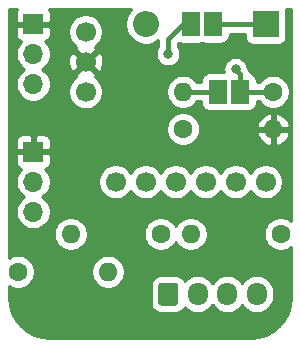
<source format=gbl>
G04 #@! TF.GenerationSoftware,KiCad,Pcbnew,(5.1.8)-1*
G04 #@! TF.CreationDate,2023-12-01T01:38:55+01:00*
G04 #@! TF.ProjectId,RC Exhaust Digispark,52432045-7868-4617-9573-742044696769,rev?*
G04 #@! TF.SameCoordinates,Original*
G04 #@! TF.FileFunction,Copper,L2,Bot*
G04 #@! TF.FilePolarity,Positive*
%FSLAX46Y46*%
G04 Gerber Fmt 4.6, Leading zero omitted, Abs format (unit mm)*
G04 Created by KiCad (PCBNEW (5.1.8)-1) date 2023-12-01 01:38:55*
%MOMM*%
%LPD*%
G01*
G04 APERTURE LIST*
G04 #@! TA.AperFunction,ComponentPad*
%ADD10C,1.600000*%
G04 #@! TD*
G04 #@! TA.AperFunction,ComponentPad*
%ADD11O,1.600000X1.600000*%
G04 #@! TD*
G04 #@! TA.AperFunction,ComponentPad*
%ADD12O,1.700000X1.700000*%
G04 #@! TD*
G04 #@! TA.AperFunction,ComponentPad*
%ADD13R,1.700000X1.700000*%
G04 #@! TD*
G04 #@! TA.AperFunction,ComponentPad*
%ADD14O,1.700000X1.950000*%
G04 #@! TD*
G04 #@! TA.AperFunction,ComponentPad*
%ADD15C,1.700000*%
G04 #@! TD*
G04 #@! TA.AperFunction,SMDPad,CuDef*
%ADD16R,1.500000X2.000000*%
G04 #@! TD*
G04 #@! TA.AperFunction,ComponentPad*
%ADD17R,2.200000X2.200000*%
G04 #@! TD*
G04 #@! TA.AperFunction,ComponentPad*
%ADD18O,2.200000X2.200000*%
G04 #@! TD*
G04 #@! TA.AperFunction,ViaPad*
%ADD19C,0.800000*%
G04 #@! TD*
G04 #@! TA.AperFunction,Conductor*
%ADD20C,0.381000*%
G04 #@! TD*
G04 #@! TA.AperFunction,Conductor*
%ADD21C,0.254000*%
G04 #@! TD*
G04 #@! TA.AperFunction,Conductor*
%ADD22C,0.100000*%
G04 #@! TD*
G04 APERTURE END LIST*
D10*
X113665000Y-97155000D03*
D11*
X106045000Y-97155000D03*
X116205000Y-97155000D03*
D10*
X123825000Y-97155000D03*
D12*
X102870000Y-95250000D03*
X102870000Y-92710000D03*
D13*
X102870000Y-90170000D03*
X102870000Y-79375000D03*
D12*
X102870000Y-81915000D03*
X102870000Y-84455000D03*
D10*
X101600000Y-100330000D03*
D11*
X109220000Y-100330000D03*
X115570000Y-85090000D03*
D10*
X123190000Y-85090000D03*
X115570000Y-88265000D03*
D11*
X123190000Y-88265000D03*
G04 #@! TA.AperFunction,ComponentPad*
G36*
G01*
X113450000Y-102960000D02*
X113450000Y-101510000D01*
G75*
G02*
X113700000Y-101260000I250000J0D01*
G01*
X114900000Y-101260000D01*
G75*
G02*
X115150000Y-101510000I0J-250000D01*
G01*
X115150000Y-102960000D01*
G75*
G02*
X114900000Y-103210000I-250000J0D01*
G01*
X113700000Y-103210000D01*
G75*
G02*
X113450000Y-102960000I0J250000D01*
G01*
G37*
G04 #@! TD.AperFunction*
D14*
X116800000Y-102235000D03*
X119300000Y-102235000D03*
X121800000Y-102235000D03*
D15*
X117475000Y-92710000D03*
X120015000Y-92710000D03*
X107315000Y-82550000D03*
X109855000Y-92710000D03*
X112395000Y-92710000D03*
X114935000Y-92710000D03*
X107315000Y-80010000D03*
X107315000Y-85090000D03*
X122555000Y-92710000D03*
D16*
X120396000Y-85090000D03*
X118491000Y-85090000D03*
D17*
X122555000Y-79375000D03*
D18*
X112395000Y-79375000D03*
D16*
X118110000Y-79375000D03*
X116205000Y-79375000D03*
D19*
X120015000Y-83185000D03*
X114300000Y-81915000D03*
D20*
X118491000Y-85090000D02*
X115570000Y-85090000D01*
X123190000Y-85090000D02*
X120396000Y-85090000D01*
X120396000Y-83566000D02*
X120396000Y-85090000D01*
X120015000Y-83185000D02*
X120396000Y-83566000D01*
X114300000Y-81915000D02*
X114300000Y-80645000D01*
X115570000Y-79375000D02*
X116205000Y-79375000D01*
X114300000Y-80645000D02*
X115570000Y-79375000D01*
X122555000Y-79375000D02*
X118110000Y-79375000D01*
D21*
X101489463Y-78170506D02*
X101430498Y-78280820D01*
X101394188Y-78400518D01*
X101381928Y-78525000D01*
X101385000Y-79089250D01*
X101543750Y-79248000D01*
X102743000Y-79248000D01*
X102743000Y-79228000D01*
X102997000Y-79228000D01*
X102997000Y-79248000D01*
X104196250Y-79248000D01*
X104355000Y-79089250D01*
X104358072Y-78525000D01*
X104345812Y-78400518D01*
X104309502Y-78280820D01*
X104250537Y-78170506D01*
X104217295Y-78130000D01*
X111186339Y-78130000D01*
X111047337Y-78269002D01*
X110857463Y-78553169D01*
X110726675Y-78868919D01*
X110660000Y-79204117D01*
X110660000Y-79545883D01*
X110726675Y-79881081D01*
X110857463Y-80196831D01*
X111047337Y-80480998D01*
X111289002Y-80722663D01*
X111573169Y-80912537D01*
X111888919Y-81043325D01*
X112224117Y-81110000D01*
X112565883Y-81110000D01*
X112901081Y-81043325D01*
X113216831Y-80912537D01*
X113474501Y-80740368D01*
X113474500Y-81287497D01*
X113382795Y-81424744D01*
X113304774Y-81613102D01*
X113265000Y-81813061D01*
X113265000Y-82016939D01*
X113304774Y-82216898D01*
X113382795Y-82405256D01*
X113496063Y-82574774D01*
X113640226Y-82718937D01*
X113809744Y-82832205D01*
X113998102Y-82910226D01*
X114198061Y-82950000D01*
X114401939Y-82950000D01*
X114601898Y-82910226D01*
X114790256Y-82832205D01*
X114959774Y-82718937D01*
X115103937Y-82574774D01*
X115217205Y-82405256D01*
X115295226Y-82216898D01*
X115335000Y-82016939D01*
X115335000Y-81813061D01*
X115295226Y-81613102D01*
X115217205Y-81424744D01*
X115125500Y-81287497D01*
X115125500Y-80986932D01*
X115169837Y-80942596D01*
X115210820Y-80964502D01*
X115330518Y-81000812D01*
X115455000Y-81013072D01*
X116955000Y-81013072D01*
X117079482Y-81000812D01*
X117157500Y-80977145D01*
X117235518Y-81000812D01*
X117360000Y-81013072D01*
X118860000Y-81013072D01*
X118984482Y-81000812D01*
X119104180Y-80964502D01*
X119214494Y-80905537D01*
X119311185Y-80826185D01*
X119390537Y-80729494D01*
X119449502Y-80619180D01*
X119485812Y-80499482D01*
X119498072Y-80375000D01*
X119498072Y-80200500D01*
X120816928Y-80200500D01*
X120816928Y-80475000D01*
X120829188Y-80599482D01*
X120865498Y-80719180D01*
X120924463Y-80829494D01*
X121003815Y-80926185D01*
X121100506Y-81005537D01*
X121210820Y-81064502D01*
X121330518Y-81100812D01*
X121455000Y-81113072D01*
X123655000Y-81113072D01*
X123779482Y-81100812D01*
X123899180Y-81064502D01*
X124009494Y-81005537D01*
X124106185Y-80926185D01*
X124185537Y-80829494D01*
X124244502Y-80719180D01*
X124280812Y-80599482D01*
X124293072Y-80475000D01*
X124293072Y-78275000D01*
X124280812Y-78150518D01*
X124274588Y-78130000D01*
X124724921Y-78130000D01*
X124722778Y-96029017D01*
X124504727Y-95883320D01*
X124243574Y-95775147D01*
X123966335Y-95720000D01*
X123683665Y-95720000D01*
X123406426Y-95775147D01*
X123145273Y-95883320D01*
X122910241Y-96040363D01*
X122710363Y-96240241D01*
X122553320Y-96475273D01*
X122445147Y-96736426D01*
X122390000Y-97013665D01*
X122390000Y-97296335D01*
X122445147Y-97573574D01*
X122553320Y-97834727D01*
X122710363Y-98069759D01*
X122910241Y-98269637D01*
X123145273Y-98426680D01*
X123406426Y-98534853D01*
X123683665Y-98590000D01*
X123966335Y-98590000D01*
X124243574Y-98534853D01*
X124504727Y-98426680D01*
X124722508Y-98281163D01*
X124722005Y-102488673D01*
X124653381Y-103188551D01*
X124459512Y-103830677D01*
X124144612Y-104422917D01*
X123720680Y-104942708D01*
X123203852Y-105370266D01*
X122613829Y-105689291D01*
X121973068Y-105887640D01*
X121275088Y-105961000D01*
X104269279Y-105961000D01*
X103569449Y-105892381D01*
X102927323Y-105698512D01*
X102335083Y-105383612D01*
X101815292Y-104959680D01*
X101387734Y-104442852D01*
X101068709Y-103852829D01*
X100870360Y-103212068D01*
X100797000Y-102514088D01*
X100797000Y-101519312D01*
X100920273Y-101601680D01*
X101181426Y-101709853D01*
X101458665Y-101765000D01*
X101741335Y-101765000D01*
X102018574Y-101709853D01*
X102279727Y-101601680D01*
X102514759Y-101444637D01*
X102714637Y-101244759D01*
X102871680Y-101009727D01*
X102979853Y-100748574D01*
X103035000Y-100471335D01*
X103035000Y-100188665D01*
X107785000Y-100188665D01*
X107785000Y-100471335D01*
X107840147Y-100748574D01*
X107948320Y-101009727D01*
X108105363Y-101244759D01*
X108305241Y-101444637D01*
X108540273Y-101601680D01*
X108801426Y-101709853D01*
X109078665Y-101765000D01*
X109361335Y-101765000D01*
X109638574Y-101709853D01*
X109899727Y-101601680D01*
X110036936Y-101510000D01*
X112811928Y-101510000D01*
X112811928Y-102960000D01*
X112828992Y-103133254D01*
X112879528Y-103299850D01*
X112961595Y-103453386D01*
X113072038Y-103587962D01*
X113206614Y-103698405D01*
X113360150Y-103780472D01*
X113526746Y-103831008D01*
X113700000Y-103848072D01*
X114900000Y-103848072D01*
X115073254Y-103831008D01*
X115239850Y-103780472D01*
X115393386Y-103698405D01*
X115527962Y-103587962D01*
X115638405Y-103453386D01*
X115692777Y-103351663D01*
X115744866Y-103415134D01*
X115970987Y-103600706D01*
X116228967Y-103738599D01*
X116508890Y-103823513D01*
X116800000Y-103852185D01*
X117091111Y-103823513D01*
X117371034Y-103738599D01*
X117629014Y-103600706D01*
X117855134Y-103415134D01*
X118040706Y-103189014D01*
X118050000Y-103171626D01*
X118059294Y-103189014D01*
X118244866Y-103415134D01*
X118470987Y-103600706D01*
X118728967Y-103738599D01*
X119008890Y-103823513D01*
X119300000Y-103852185D01*
X119591111Y-103823513D01*
X119871034Y-103738599D01*
X120129014Y-103600706D01*
X120355134Y-103415134D01*
X120540706Y-103189014D01*
X120550000Y-103171626D01*
X120559294Y-103189014D01*
X120744866Y-103415134D01*
X120970987Y-103600706D01*
X121228967Y-103738599D01*
X121508890Y-103823513D01*
X121800000Y-103852185D01*
X122091111Y-103823513D01*
X122371034Y-103738599D01*
X122629014Y-103600706D01*
X122855134Y-103415134D01*
X123040706Y-103189014D01*
X123178599Y-102931033D01*
X123263513Y-102651110D01*
X123285000Y-102432949D01*
X123285000Y-102037050D01*
X123263513Y-101818889D01*
X123178599Y-101538966D01*
X123040706Y-101280986D01*
X122855134Y-101054866D01*
X122629013Y-100869294D01*
X122371033Y-100731401D01*
X122091110Y-100646487D01*
X121800000Y-100617815D01*
X121508889Y-100646487D01*
X121228966Y-100731401D01*
X120970986Y-100869294D01*
X120744866Y-101054866D01*
X120559294Y-101280987D01*
X120550000Y-101298374D01*
X120540706Y-101280986D01*
X120355134Y-101054866D01*
X120129013Y-100869294D01*
X119871033Y-100731401D01*
X119591110Y-100646487D01*
X119300000Y-100617815D01*
X119008889Y-100646487D01*
X118728966Y-100731401D01*
X118470986Y-100869294D01*
X118244866Y-101054866D01*
X118059294Y-101280987D01*
X118050000Y-101298374D01*
X118040706Y-101280986D01*
X117855134Y-101054866D01*
X117629013Y-100869294D01*
X117371033Y-100731401D01*
X117091110Y-100646487D01*
X116800000Y-100617815D01*
X116508889Y-100646487D01*
X116228966Y-100731401D01*
X115970986Y-100869294D01*
X115744866Y-101054866D01*
X115692777Y-101118337D01*
X115638405Y-101016614D01*
X115527962Y-100882038D01*
X115393386Y-100771595D01*
X115239850Y-100689528D01*
X115073254Y-100638992D01*
X114900000Y-100621928D01*
X113700000Y-100621928D01*
X113526746Y-100638992D01*
X113360150Y-100689528D01*
X113206614Y-100771595D01*
X113072038Y-100882038D01*
X112961595Y-101016614D01*
X112879528Y-101170150D01*
X112828992Y-101336746D01*
X112811928Y-101510000D01*
X110036936Y-101510000D01*
X110134759Y-101444637D01*
X110334637Y-101244759D01*
X110491680Y-101009727D01*
X110599853Y-100748574D01*
X110655000Y-100471335D01*
X110655000Y-100188665D01*
X110599853Y-99911426D01*
X110491680Y-99650273D01*
X110334637Y-99415241D01*
X110134759Y-99215363D01*
X109899727Y-99058320D01*
X109638574Y-98950147D01*
X109361335Y-98895000D01*
X109078665Y-98895000D01*
X108801426Y-98950147D01*
X108540273Y-99058320D01*
X108305241Y-99215363D01*
X108105363Y-99415241D01*
X107948320Y-99650273D01*
X107840147Y-99911426D01*
X107785000Y-100188665D01*
X103035000Y-100188665D01*
X102979853Y-99911426D01*
X102871680Y-99650273D01*
X102714637Y-99415241D01*
X102514759Y-99215363D01*
X102279727Y-99058320D01*
X102018574Y-98950147D01*
X101741335Y-98895000D01*
X101458665Y-98895000D01*
X101181426Y-98950147D01*
X100920273Y-99058320D01*
X100797000Y-99140688D01*
X100797000Y-97013665D01*
X104610000Y-97013665D01*
X104610000Y-97296335D01*
X104665147Y-97573574D01*
X104773320Y-97834727D01*
X104930363Y-98069759D01*
X105130241Y-98269637D01*
X105365273Y-98426680D01*
X105626426Y-98534853D01*
X105903665Y-98590000D01*
X106186335Y-98590000D01*
X106463574Y-98534853D01*
X106724727Y-98426680D01*
X106959759Y-98269637D01*
X107159637Y-98069759D01*
X107316680Y-97834727D01*
X107424853Y-97573574D01*
X107480000Y-97296335D01*
X107480000Y-97013665D01*
X112230000Y-97013665D01*
X112230000Y-97296335D01*
X112285147Y-97573574D01*
X112393320Y-97834727D01*
X112550363Y-98069759D01*
X112750241Y-98269637D01*
X112985273Y-98426680D01*
X113246426Y-98534853D01*
X113523665Y-98590000D01*
X113806335Y-98590000D01*
X114083574Y-98534853D01*
X114344727Y-98426680D01*
X114579759Y-98269637D01*
X114779637Y-98069759D01*
X114935000Y-97837241D01*
X115090363Y-98069759D01*
X115290241Y-98269637D01*
X115525273Y-98426680D01*
X115786426Y-98534853D01*
X116063665Y-98590000D01*
X116346335Y-98590000D01*
X116623574Y-98534853D01*
X116884727Y-98426680D01*
X117119759Y-98269637D01*
X117319637Y-98069759D01*
X117476680Y-97834727D01*
X117584853Y-97573574D01*
X117640000Y-97296335D01*
X117640000Y-97013665D01*
X117584853Y-96736426D01*
X117476680Y-96475273D01*
X117319637Y-96240241D01*
X117119759Y-96040363D01*
X116884727Y-95883320D01*
X116623574Y-95775147D01*
X116346335Y-95720000D01*
X116063665Y-95720000D01*
X115786426Y-95775147D01*
X115525273Y-95883320D01*
X115290241Y-96040363D01*
X115090363Y-96240241D01*
X114935000Y-96472759D01*
X114779637Y-96240241D01*
X114579759Y-96040363D01*
X114344727Y-95883320D01*
X114083574Y-95775147D01*
X113806335Y-95720000D01*
X113523665Y-95720000D01*
X113246426Y-95775147D01*
X112985273Y-95883320D01*
X112750241Y-96040363D01*
X112550363Y-96240241D01*
X112393320Y-96475273D01*
X112285147Y-96736426D01*
X112230000Y-97013665D01*
X107480000Y-97013665D01*
X107424853Y-96736426D01*
X107316680Y-96475273D01*
X107159637Y-96240241D01*
X106959759Y-96040363D01*
X106724727Y-95883320D01*
X106463574Y-95775147D01*
X106186335Y-95720000D01*
X105903665Y-95720000D01*
X105626426Y-95775147D01*
X105365273Y-95883320D01*
X105130241Y-96040363D01*
X104930363Y-96240241D01*
X104773320Y-96475273D01*
X104665147Y-96736426D01*
X104610000Y-97013665D01*
X100797000Y-97013665D01*
X100797000Y-91020000D01*
X101381928Y-91020000D01*
X101394188Y-91144482D01*
X101430498Y-91264180D01*
X101489463Y-91374494D01*
X101568815Y-91471185D01*
X101665506Y-91550537D01*
X101775820Y-91609502D01*
X101848380Y-91631513D01*
X101716525Y-91763368D01*
X101554010Y-92006589D01*
X101442068Y-92276842D01*
X101385000Y-92563740D01*
X101385000Y-92856260D01*
X101442068Y-93143158D01*
X101554010Y-93413411D01*
X101716525Y-93656632D01*
X101923368Y-93863475D01*
X102097760Y-93980000D01*
X101923368Y-94096525D01*
X101716525Y-94303368D01*
X101554010Y-94546589D01*
X101442068Y-94816842D01*
X101385000Y-95103740D01*
X101385000Y-95396260D01*
X101442068Y-95683158D01*
X101554010Y-95953411D01*
X101716525Y-96196632D01*
X101923368Y-96403475D01*
X102166589Y-96565990D01*
X102436842Y-96677932D01*
X102723740Y-96735000D01*
X103016260Y-96735000D01*
X103303158Y-96677932D01*
X103573411Y-96565990D01*
X103816632Y-96403475D01*
X104023475Y-96196632D01*
X104185990Y-95953411D01*
X104297932Y-95683158D01*
X104355000Y-95396260D01*
X104355000Y-95103740D01*
X104297932Y-94816842D01*
X104185990Y-94546589D01*
X104023475Y-94303368D01*
X103816632Y-94096525D01*
X103642240Y-93980000D01*
X103816632Y-93863475D01*
X104023475Y-93656632D01*
X104185990Y-93413411D01*
X104297932Y-93143158D01*
X104355000Y-92856260D01*
X104355000Y-92563740D01*
X108370000Y-92563740D01*
X108370000Y-92856260D01*
X108427068Y-93143158D01*
X108539010Y-93413411D01*
X108701525Y-93656632D01*
X108908368Y-93863475D01*
X109151589Y-94025990D01*
X109421842Y-94137932D01*
X109708740Y-94195000D01*
X110001260Y-94195000D01*
X110288158Y-94137932D01*
X110558411Y-94025990D01*
X110801632Y-93863475D01*
X111008475Y-93656632D01*
X111125000Y-93482240D01*
X111241525Y-93656632D01*
X111448368Y-93863475D01*
X111691589Y-94025990D01*
X111961842Y-94137932D01*
X112248740Y-94195000D01*
X112541260Y-94195000D01*
X112828158Y-94137932D01*
X113098411Y-94025990D01*
X113341632Y-93863475D01*
X113548475Y-93656632D01*
X113665000Y-93482240D01*
X113781525Y-93656632D01*
X113988368Y-93863475D01*
X114231589Y-94025990D01*
X114501842Y-94137932D01*
X114788740Y-94195000D01*
X115081260Y-94195000D01*
X115368158Y-94137932D01*
X115638411Y-94025990D01*
X115881632Y-93863475D01*
X116088475Y-93656632D01*
X116205000Y-93482240D01*
X116321525Y-93656632D01*
X116528368Y-93863475D01*
X116771589Y-94025990D01*
X117041842Y-94137932D01*
X117328740Y-94195000D01*
X117621260Y-94195000D01*
X117908158Y-94137932D01*
X118178411Y-94025990D01*
X118421632Y-93863475D01*
X118628475Y-93656632D01*
X118745000Y-93482240D01*
X118861525Y-93656632D01*
X119068368Y-93863475D01*
X119311589Y-94025990D01*
X119581842Y-94137932D01*
X119868740Y-94195000D01*
X120161260Y-94195000D01*
X120448158Y-94137932D01*
X120718411Y-94025990D01*
X120961632Y-93863475D01*
X121168475Y-93656632D01*
X121285000Y-93482240D01*
X121401525Y-93656632D01*
X121608368Y-93863475D01*
X121851589Y-94025990D01*
X122121842Y-94137932D01*
X122408740Y-94195000D01*
X122701260Y-94195000D01*
X122988158Y-94137932D01*
X123258411Y-94025990D01*
X123501632Y-93863475D01*
X123708475Y-93656632D01*
X123870990Y-93413411D01*
X123982932Y-93143158D01*
X124040000Y-92856260D01*
X124040000Y-92563740D01*
X123982932Y-92276842D01*
X123870990Y-92006589D01*
X123708475Y-91763368D01*
X123501632Y-91556525D01*
X123258411Y-91394010D01*
X122988158Y-91282068D01*
X122701260Y-91225000D01*
X122408740Y-91225000D01*
X122121842Y-91282068D01*
X121851589Y-91394010D01*
X121608368Y-91556525D01*
X121401525Y-91763368D01*
X121285000Y-91937760D01*
X121168475Y-91763368D01*
X120961632Y-91556525D01*
X120718411Y-91394010D01*
X120448158Y-91282068D01*
X120161260Y-91225000D01*
X119868740Y-91225000D01*
X119581842Y-91282068D01*
X119311589Y-91394010D01*
X119068368Y-91556525D01*
X118861525Y-91763368D01*
X118745000Y-91937760D01*
X118628475Y-91763368D01*
X118421632Y-91556525D01*
X118178411Y-91394010D01*
X117908158Y-91282068D01*
X117621260Y-91225000D01*
X117328740Y-91225000D01*
X117041842Y-91282068D01*
X116771589Y-91394010D01*
X116528368Y-91556525D01*
X116321525Y-91763368D01*
X116205000Y-91937760D01*
X116088475Y-91763368D01*
X115881632Y-91556525D01*
X115638411Y-91394010D01*
X115368158Y-91282068D01*
X115081260Y-91225000D01*
X114788740Y-91225000D01*
X114501842Y-91282068D01*
X114231589Y-91394010D01*
X113988368Y-91556525D01*
X113781525Y-91763368D01*
X113665000Y-91937760D01*
X113548475Y-91763368D01*
X113341632Y-91556525D01*
X113098411Y-91394010D01*
X112828158Y-91282068D01*
X112541260Y-91225000D01*
X112248740Y-91225000D01*
X111961842Y-91282068D01*
X111691589Y-91394010D01*
X111448368Y-91556525D01*
X111241525Y-91763368D01*
X111125000Y-91937760D01*
X111008475Y-91763368D01*
X110801632Y-91556525D01*
X110558411Y-91394010D01*
X110288158Y-91282068D01*
X110001260Y-91225000D01*
X109708740Y-91225000D01*
X109421842Y-91282068D01*
X109151589Y-91394010D01*
X108908368Y-91556525D01*
X108701525Y-91763368D01*
X108539010Y-92006589D01*
X108427068Y-92276842D01*
X108370000Y-92563740D01*
X104355000Y-92563740D01*
X104297932Y-92276842D01*
X104185990Y-92006589D01*
X104023475Y-91763368D01*
X103891620Y-91631513D01*
X103964180Y-91609502D01*
X104074494Y-91550537D01*
X104171185Y-91471185D01*
X104250537Y-91374494D01*
X104309502Y-91264180D01*
X104345812Y-91144482D01*
X104358072Y-91020000D01*
X104355000Y-90455750D01*
X104196250Y-90297000D01*
X102997000Y-90297000D01*
X102997000Y-90317000D01*
X102743000Y-90317000D01*
X102743000Y-90297000D01*
X101543750Y-90297000D01*
X101385000Y-90455750D01*
X101381928Y-91020000D01*
X100797000Y-91020000D01*
X100797000Y-89320000D01*
X101381928Y-89320000D01*
X101385000Y-89884250D01*
X101543750Y-90043000D01*
X102743000Y-90043000D01*
X102743000Y-88843750D01*
X102997000Y-88843750D01*
X102997000Y-90043000D01*
X104196250Y-90043000D01*
X104355000Y-89884250D01*
X104358072Y-89320000D01*
X104345812Y-89195518D01*
X104309502Y-89075820D01*
X104250537Y-88965506D01*
X104171185Y-88868815D01*
X104074494Y-88789463D01*
X103964180Y-88730498D01*
X103844482Y-88694188D01*
X103720000Y-88681928D01*
X103155750Y-88685000D01*
X102997000Y-88843750D01*
X102743000Y-88843750D01*
X102584250Y-88685000D01*
X102020000Y-88681928D01*
X101895518Y-88694188D01*
X101775820Y-88730498D01*
X101665506Y-88789463D01*
X101568815Y-88868815D01*
X101489463Y-88965506D01*
X101430498Y-89075820D01*
X101394188Y-89195518D01*
X101381928Y-89320000D01*
X100797000Y-89320000D01*
X100797000Y-88123665D01*
X114135000Y-88123665D01*
X114135000Y-88406335D01*
X114190147Y-88683574D01*
X114298320Y-88944727D01*
X114455363Y-89179759D01*
X114655241Y-89379637D01*
X114890273Y-89536680D01*
X115151426Y-89644853D01*
X115428665Y-89700000D01*
X115711335Y-89700000D01*
X115988574Y-89644853D01*
X116249727Y-89536680D01*
X116484759Y-89379637D01*
X116684637Y-89179759D01*
X116841680Y-88944727D01*
X116949853Y-88683574D01*
X116963684Y-88614039D01*
X121798096Y-88614039D01*
X121838754Y-88748087D01*
X121958963Y-89002420D01*
X122126481Y-89228414D01*
X122334869Y-89417385D01*
X122576119Y-89562070D01*
X122840960Y-89656909D01*
X123063000Y-89535624D01*
X123063000Y-88392000D01*
X123317000Y-88392000D01*
X123317000Y-89535624D01*
X123539040Y-89656909D01*
X123803881Y-89562070D01*
X124045131Y-89417385D01*
X124253519Y-89228414D01*
X124421037Y-89002420D01*
X124541246Y-88748087D01*
X124581904Y-88614039D01*
X124459915Y-88392000D01*
X123317000Y-88392000D01*
X123063000Y-88392000D01*
X121920085Y-88392000D01*
X121798096Y-88614039D01*
X116963684Y-88614039D01*
X117005000Y-88406335D01*
X117005000Y-88123665D01*
X116963685Y-87915961D01*
X121798096Y-87915961D01*
X121920085Y-88138000D01*
X123063000Y-88138000D01*
X123063000Y-86994376D01*
X123317000Y-86994376D01*
X123317000Y-88138000D01*
X124459915Y-88138000D01*
X124581904Y-87915961D01*
X124541246Y-87781913D01*
X124421037Y-87527580D01*
X124253519Y-87301586D01*
X124045131Y-87112615D01*
X123803881Y-86967930D01*
X123539040Y-86873091D01*
X123317000Y-86994376D01*
X123063000Y-86994376D01*
X122840960Y-86873091D01*
X122576119Y-86967930D01*
X122334869Y-87112615D01*
X122126481Y-87301586D01*
X121958963Y-87527580D01*
X121838754Y-87781913D01*
X121798096Y-87915961D01*
X116963685Y-87915961D01*
X116949853Y-87846426D01*
X116841680Y-87585273D01*
X116684637Y-87350241D01*
X116484759Y-87150363D01*
X116249727Y-86993320D01*
X115988574Y-86885147D01*
X115711335Y-86830000D01*
X115428665Y-86830000D01*
X115151426Y-86885147D01*
X114890273Y-86993320D01*
X114655241Y-87150363D01*
X114455363Y-87350241D01*
X114298320Y-87585273D01*
X114190147Y-87846426D01*
X114135000Y-88123665D01*
X100797000Y-88123665D01*
X100797000Y-80225000D01*
X101381928Y-80225000D01*
X101394188Y-80349482D01*
X101430498Y-80469180D01*
X101489463Y-80579494D01*
X101568815Y-80676185D01*
X101665506Y-80755537D01*
X101775820Y-80814502D01*
X101848380Y-80836513D01*
X101716525Y-80968368D01*
X101554010Y-81211589D01*
X101442068Y-81481842D01*
X101385000Y-81768740D01*
X101385000Y-82061260D01*
X101442068Y-82348158D01*
X101554010Y-82618411D01*
X101716525Y-82861632D01*
X101923368Y-83068475D01*
X102097760Y-83185000D01*
X101923368Y-83301525D01*
X101716525Y-83508368D01*
X101554010Y-83751589D01*
X101442068Y-84021842D01*
X101385000Y-84308740D01*
X101385000Y-84601260D01*
X101442068Y-84888158D01*
X101554010Y-85158411D01*
X101716525Y-85401632D01*
X101923368Y-85608475D01*
X102166589Y-85770990D01*
X102436842Y-85882932D01*
X102723740Y-85940000D01*
X103016260Y-85940000D01*
X103303158Y-85882932D01*
X103573411Y-85770990D01*
X103816632Y-85608475D01*
X104023475Y-85401632D01*
X104185990Y-85158411D01*
X104274909Y-84943740D01*
X105830000Y-84943740D01*
X105830000Y-85236260D01*
X105887068Y-85523158D01*
X105999010Y-85793411D01*
X106161525Y-86036632D01*
X106368368Y-86243475D01*
X106611589Y-86405990D01*
X106881842Y-86517932D01*
X107168740Y-86575000D01*
X107461260Y-86575000D01*
X107748158Y-86517932D01*
X108018411Y-86405990D01*
X108261632Y-86243475D01*
X108468475Y-86036632D01*
X108630990Y-85793411D01*
X108742932Y-85523158D01*
X108800000Y-85236260D01*
X108800000Y-84948665D01*
X114135000Y-84948665D01*
X114135000Y-85231335D01*
X114190147Y-85508574D01*
X114298320Y-85769727D01*
X114455363Y-86004759D01*
X114655241Y-86204637D01*
X114890273Y-86361680D01*
X115151426Y-86469853D01*
X115428665Y-86525000D01*
X115711335Y-86525000D01*
X115988574Y-86469853D01*
X116249727Y-86361680D01*
X116484759Y-86204637D01*
X116684637Y-86004759D01*
X116744278Y-85915500D01*
X117102928Y-85915500D01*
X117102928Y-86090000D01*
X117115188Y-86214482D01*
X117151498Y-86334180D01*
X117210463Y-86444494D01*
X117289815Y-86541185D01*
X117386506Y-86620537D01*
X117496820Y-86679502D01*
X117616518Y-86715812D01*
X117741000Y-86728072D01*
X119241000Y-86728072D01*
X119365482Y-86715812D01*
X119443500Y-86692145D01*
X119521518Y-86715812D01*
X119646000Y-86728072D01*
X121146000Y-86728072D01*
X121270482Y-86715812D01*
X121390180Y-86679502D01*
X121500494Y-86620537D01*
X121597185Y-86541185D01*
X121676537Y-86444494D01*
X121735502Y-86334180D01*
X121771812Y-86214482D01*
X121784072Y-86090000D01*
X121784072Y-85915500D01*
X122015722Y-85915500D01*
X122075363Y-86004759D01*
X122275241Y-86204637D01*
X122510273Y-86361680D01*
X122771426Y-86469853D01*
X123048665Y-86525000D01*
X123331335Y-86525000D01*
X123608574Y-86469853D01*
X123869727Y-86361680D01*
X124104759Y-86204637D01*
X124304637Y-86004759D01*
X124461680Y-85769727D01*
X124569853Y-85508574D01*
X124625000Y-85231335D01*
X124625000Y-84948665D01*
X124569853Y-84671426D01*
X124461680Y-84410273D01*
X124304637Y-84175241D01*
X124104759Y-83975363D01*
X123869727Y-83818320D01*
X123608574Y-83710147D01*
X123331335Y-83655000D01*
X123048665Y-83655000D01*
X122771426Y-83710147D01*
X122510273Y-83818320D01*
X122275241Y-83975363D01*
X122075363Y-84175241D01*
X122015722Y-84264500D01*
X121784072Y-84264500D01*
X121784072Y-84090000D01*
X121771812Y-83965518D01*
X121735502Y-83845820D01*
X121676537Y-83735506D01*
X121597185Y-83638815D01*
X121500494Y-83559463D01*
X121390180Y-83500498D01*
X121270482Y-83464188D01*
X121214928Y-83458717D01*
X121209556Y-83404174D01*
X121162353Y-83248566D01*
X121085699Y-83105158D01*
X121044381Y-83054811D01*
X121010226Y-82883102D01*
X120932205Y-82694744D01*
X120818937Y-82525226D01*
X120674774Y-82381063D01*
X120505256Y-82267795D01*
X120316898Y-82189774D01*
X120116939Y-82150000D01*
X119913061Y-82150000D01*
X119713102Y-82189774D01*
X119524744Y-82267795D01*
X119355226Y-82381063D01*
X119211063Y-82525226D01*
X119097795Y-82694744D01*
X119019774Y-82883102D01*
X118980000Y-83083061D01*
X118980000Y-83286939D01*
X119012818Y-83451928D01*
X117741000Y-83451928D01*
X117616518Y-83464188D01*
X117496820Y-83500498D01*
X117386506Y-83559463D01*
X117289815Y-83638815D01*
X117210463Y-83735506D01*
X117151498Y-83845820D01*
X117115188Y-83965518D01*
X117102928Y-84090000D01*
X117102928Y-84264500D01*
X116744278Y-84264500D01*
X116684637Y-84175241D01*
X116484759Y-83975363D01*
X116249727Y-83818320D01*
X115988574Y-83710147D01*
X115711335Y-83655000D01*
X115428665Y-83655000D01*
X115151426Y-83710147D01*
X114890273Y-83818320D01*
X114655241Y-83975363D01*
X114455363Y-84175241D01*
X114298320Y-84410273D01*
X114190147Y-84671426D01*
X114135000Y-84948665D01*
X108800000Y-84948665D01*
X108800000Y-84943740D01*
X108742932Y-84656842D01*
X108630990Y-84386589D01*
X108468475Y-84143368D01*
X108261632Y-83936525D01*
X108088271Y-83820689D01*
X108163792Y-83578397D01*
X107315000Y-82729605D01*
X106466208Y-83578397D01*
X106541729Y-83820689D01*
X106368368Y-83936525D01*
X106161525Y-84143368D01*
X105999010Y-84386589D01*
X105887068Y-84656842D01*
X105830000Y-84943740D01*
X104274909Y-84943740D01*
X104297932Y-84888158D01*
X104355000Y-84601260D01*
X104355000Y-84308740D01*
X104297932Y-84021842D01*
X104185990Y-83751589D01*
X104023475Y-83508368D01*
X103816632Y-83301525D01*
X103642240Y-83185000D01*
X103816632Y-83068475D01*
X104023475Y-82861632D01*
X104185909Y-82618531D01*
X105824389Y-82618531D01*
X105866401Y-82908019D01*
X105964081Y-83183747D01*
X106037528Y-83321157D01*
X106286603Y-83398792D01*
X107135395Y-82550000D01*
X107494605Y-82550000D01*
X108343397Y-83398792D01*
X108592472Y-83321157D01*
X108718371Y-83057117D01*
X108790339Y-82773589D01*
X108805611Y-82481469D01*
X108763599Y-82191981D01*
X108665919Y-81916253D01*
X108592472Y-81778843D01*
X108343397Y-81701208D01*
X107494605Y-82550000D01*
X107135395Y-82550000D01*
X106286603Y-81701208D01*
X106037528Y-81778843D01*
X105911629Y-82042883D01*
X105839661Y-82326411D01*
X105824389Y-82618531D01*
X104185909Y-82618531D01*
X104185990Y-82618411D01*
X104297932Y-82348158D01*
X104355000Y-82061260D01*
X104355000Y-81768740D01*
X104297932Y-81481842D01*
X104185990Y-81211589D01*
X104023475Y-80968368D01*
X103891620Y-80836513D01*
X103964180Y-80814502D01*
X104074494Y-80755537D01*
X104171185Y-80676185D01*
X104250537Y-80579494D01*
X104309502Y-80469180D01*
X104345812Y-80349482D01*
X104358072Y-80225000D01*
X104356106Y-79863740D01*
X105830000Y-79863740D01*
X105830000Y-80156260D01*
X105887068Y-80443158D01*
X105999010Y-80713411D01*
X106161525Y-80956632D01*
X106368368Y-81163475D01*
X106541729Y-81279311D01*
X106466208Y-81521603D01*
X107315000Y-82370395D01*
X108163792Y-81521603D01*
X108088271Y-81279311D01*
X108261632Y-81163475D01*
X108468475Y-80956632D01*
X108630990Y-80713411D01*
X108742932Y-80443158D01*
X108800000Y-80156260D01*
X108800000Y-79863740D01*
X108742932Y-79576842D01*
X108630990Y-79306589D01*
X108468475Y-79063368D01*
X108261632Y-78856525D01*
X108018411Y-78694010D01*
X107748158Y-78582068D01*
X107461260Y-78525000D01*
X107168740Y-78525000D01*
X106881842Y-78582068D01*
X106611589Y-78694010D01*
X106368368Y-78856525D01*
X106161525Y-79063368D01*
X105999010Y-79306589D01*
X105887068Y-79576842D01*
X105830000Y-79863740D01*
X104356106Y-79863740D01*
X104355000Y-79660750D01*
X104196250Y-79502000D01*
X102997000Y-79502000D01*
X102997000Y-79522000D01*
X102743000Y-79522000D01*
X102743000Y-79502000D01*
X101543750Y-79502000D01*
X101385000Y-79660750D01*
X101381928Y-80225000D01*
X100797000Y-80225000D01*
X100797000Y-78130000D01*
X101522705Y-78130000D01*
X101489463Y-78170506D01*
G04 #@! TA.AperFunction,Conductor*
D22*
G36*
X101489463Y-78170506D02*
G01*
X101430498Y-78280820D01*
X101394188Y-78400518D01*
X101381928Y-78525000D01*
X101385000Y-79089250D01*
X101543750Y-79248000D01*
X102743000Y-79248000D01*
X102743000Y-79228000D01*
X102997000Y-79228000D01*
X102997000Y-79248000D01*
X104196250Y-79248000D01*
X104355000Y-79089250D01*
X104358072Y-78525000D01*
X104345812Y-78400518D01*
X104309502Y-78280820D01*
X104250537Y-78170506D01*
X104217295Y-78130000D01*
X111186339Y-78130000D01*
X111047337Y-78269002D01*
X110857463Y-78553169D01*
X110726675Y-78868919D01*
X110660000Y-79204117D01*
X110660000Y-79545883D01*
X110726675Y-79881081D01*
X110857463Y-80196831D01*
X111047337Y-80480998D01*
X111289002Y-80722663D01*
X111573169Y-80912537D01*
X111888919Y-81043325D01*
X112224117Y-81110000D01*
X112565883Y-81110000D01*
X112901081Y-81043325D01*
X113216831Y-80912537D01*
X113474501Y-80740368D01*
X113474500Y-81287497D01*
X113382795Y-81424744D01*
X113304774Y-81613102D01*
X113265000Y-81813061D01*
X113265000Y-82016939D01*
X113304774Y-82216898D01*
X113382795Y-82405256D01*
X113496063Y-82574774D01*
X113640226Y-82718937D01*
X113809744Y-82832205D01*
X113998102Y-82910226D01*
X114198061Y-82950000D01*
X114401939Y-82950000D01*
X114601898Y-82910226D01*
X114790256Y-82832205D01*
X114959774Y-82718937D01*
X115103937Y-82574774D01*
X115217205Y-82405256D01*
X115295226Y-82216898D01*
X115335000Y-82016939D01*
X115335000Y-81813061D01*
X115295226Y-81613102D01*
X115217205Y-81424744D01*
X115125500Y-81287497D01*
X115125500Y-80986932D01*
X115169837Y-80942596D01*
X115210820Y-80964502D01*
X115330518Y-81000812D01*
X115455000Y-81013072D01*
X116955000Y-81013072D01*
X117079482Y-81000812D01*
X117157500Y-80977145D01*
X117235518Y-81000812D01*
X117360000Y-81013072D01*
X118860000Y-81013072D01*
X118984482Y-81000812D01*
X119104180Y-80964502D01*
X119214494Y-80905537D01*
X119311185Y-80826185D01*
X119390537Y-80729494D01*
X119449502Y-80619180D01*
X119485812Y-80499482D01*
X119498072Y-80375000D01*
X119498072Y-80200500D01*
X120816928Y-80200500D01*
X120816928Y-80475000D01*
X120829188Y-80599482D01*
X120865498Y-80719180D01*
X120924463Y-80829494D01*
X121003815Y-80926185D01*
X121100506Y-81005537D01*
X121210820Y-81064502D01*
X121330518Y-81100812D01*
X121455000Y-81113072D01*
X123655000Y-81113072D01*
X123779482Y-81100812D01*
X123899180Y-81064502D01*
X124009494Y-81005537D01*
X124106185Y-80926185D01*
X124185537Y-80829494D01*
X124244502Y-80719180D01*
X124280812Y-80599482D01*
X124293072Y-80475000D01*
X124293072Y-78275000D01*
X124280812Y-78150518D01*
X124274588Y-78130000D01*
X124724921Y-78130000D01*
X124722778Y-96029017D01*
X124504727Y-95883320D01*
X124243574Y-95775147D01*
X123966335Y-95720000D01*
X123683665Y-95720000D01*
X123406426Y-95775147D01*
X123145273Y-95883320D01*
X122910241Y-96040363D01*
X122710363Y-96240241D01*
X122553320Y-96475273D01*
X122445147Y-96736426D01*
X122390000Y-97013665D01*
X122390000Y-97296335D01*
X122445147Y-97573574D01*
X122553320Y-97834727D01*
X122710363Y-98069759D01*
X122910241Y-98269637D01*
X123145273Y-98426680D01*
X123406426Y-98534853D01*
X123683665Y-98590000D01*
X123966335Y-98590000D01*
X124243574Y-98534853D01*
X124504727Y-98426680D01*
X124722508Y-98281163D01*
X124722005Y-102488673D01*
X124653381Y-103188551D01*
X124459512Y-103830677D01*
X124144612Y-104422917D01*
X123720680Y-104942708D01*
X123203852Y-105370266D01*
X122613829Y-105689291D01*
X121973068Y-105887640D01*
X121275088Y-105961000D01*
X104269279Y-105961000D01*
X103569449Y-105892381D01*
X102927323Y-105698512D01*
X102335083Y-105383612D01*
X101815292Y-104959680D01*
X101387734Y-104442852D01*
X101068709Y-103852829D01*
X100870360Y-103212068D01*
X100797000Y-102514088D01*
X100797000Y-101519312D01*
X100920273Y-101601680D01*
X101181426Y-101709853D01*
X101458665Y-101765000D01*
X101741335Y-101765000D01*
X102018574Y-101709853D01*
X102279727Y-101601680D01*
X102514759Y-101444637D01*
X102714637Y-101244759D01*
X102871680Y-101009727D01*
X102979853Y-100748574D01*
X103035000Y-100471335D01*
X103035000Y-100188665D01*
X107785000Y-100188665D01*
X107785000Y-100471335D01*
X107840147Y-100748574D01*
X107948320Y-101009727D01*
X108105363Y-101244759D01*
X108305241Y-101444637D01*
X108540273Y-101601680D01*
X108801426Y-101709853D01*
X109078665Y-101765000D01*
X109361335Y-101765000D01*
X109638574Y-101709853D01*
X109899727Y-101601680D01*
X110036936Y-101510000D01*
X112811928Y-101510000D01*
X112811928Y-102960000D01*
X112828992Y-103133254D01*
X112879528Y-103299850D01*
X112961595Y-103453386D01*
X113072038Y-103587962D01*
X113206614Y-103698405D01*
X113360150Y-103780472D01*
X113526746Y-103831008D01*
X113700000Y-103848072D01*
X114900000Y-103848072D01*
X115073254Y-103831008D01*
X115239850Y-103780472D01*
X115393386Y-103698405D01*
X115527962Y-103587962D01*
X115638405Y-103453386D01*
X115692777Y-103351663D01*
X115744866Y-103415134D01*
X115970987Y-103600706D01*
X116228967Y-103738599D01*
X116508890Y-103823513D01*
X116800000Y-103852185D01*
X117091111Y-103823513D01*
X117371034Y-103738599D01*
X117629014Y-103600706D01*
X117855134Y-103415134D01*
X118040706Y-103189014D01*
X118050000Y-103171626D01*
X118059294Y-103189014D01*
X118244866Y-103415134D01*
X118470987Y-103600706D01*
X118728967Y-103738599D01*
X119008890Y-103823513D01*
X119300000Y-103852185D01*
X119591111Y-103823513D01*
X119871034Y-103738599D01*
X120129014Y-103600706D01*
X120355134Y-103415134D01*
X120540706Y-103189014D01*
X120550000Y-103171626D01*
X120559294Y-103189014D01*
X120744866Y-103415134D01*
X120970987Y-103600706D01*
X121228967Y-103738599D01*
X121508890Y-103823513D01*
X121800000Y-103852185D01*
X122091111Y-103823513D01*
X122371034Y-103738599D01*
X122629014Y-103600706D01*
X122855134Y-103415134D01*
X123040706Y-103189014D01*
X123178599Y-102931033D01*
X123263513Y-102651110D01*
X123285000Y-102432949D01*
X123285000Y-102037050D01*
X123263513Y-101818889D01*
X123178599Y-101538966D01*
X123040706Y-101280986D01*
X122855134Y-101054866D01*
X122629013Y-100869294D01*
X122371033Y-100731401D01*
X122091110Y-100646487D01*
X121800000Y-100617815D01*
X121508889Y-100646487D01*
X121228966Y-100731401D01*
X120970986Y-100869294D01*
X120744866Y-101054866D01*
X120559294Y-101280987D01*
X120550000Y-101298374D01*
X120540706Y-101280986D01*
X120355134Y-101054866D01*
X120129013Y-100869294D01*
X119871033Y-100731401D01*
X119591110Y-100646487D01*
X119300000Y-100617815D01*
X119008889Y-100646487D01*
X118728966Y-100731401D01*
X118470986Y-100869294D01*
X118244866Y-101054866D01*
X118059294Y-101280987D01*
X118050000Y-101298374D01*
X118040706Y-101280986D01*
X117855134Y-101054866D01*
X117629013Y-100869294D01*
X117371033Y-100731401D01*
X117091110Y-100646487D01*
X116800000Y-100617815D01*
X116508889Y-100646487D01*
X116228966Y-100731401D01*
X115970986Y-100869294D01*
X115744866Y-101054866D01*
X115692777Y-101118337D01*
X115638405Y-101016614D01*
X115527962Y-100882038D01*
X115393386Y-100771595D01*
X115239850Y-100689528D01*
X115073254Y-100638992D01*
X114900000Y-100621928D01*
X113700000Y-100621928D01*
X113526746Y-100638992D01*
X113360150Y-100689528D01*
X113206614Y-100771595D01*
X113072038Y-100882038D01*
X112961595Y-101016614D01*
X112879528Y-101170150D01*
X112828992Y-101336746D01*
X112811928Y-101510000D01*
X110036936Y-101510000D01*
X110134759Y-101444637D01*
X110334637Y-101244759D01*
X110491680Y-101009727D01*
X110599853Y-100748574D01*
X110655000Y-100471335D01*
X110655000Y-100188665D01*
X110599853Y-99911426D01*
X110491680Y-99650273D01*
X110334637Y-99415241D01*
X110134759Y-99215363D01*
X109899727Y-99058320D01*
X109638574Y-98950147D01*
X109361335Y-98895000D01*
X109078665Y-98895000D01*
X108801426Y-98950147D01*
X108540273Y-99058320D01*
X108305241Y-99215363D01*
X108105363Y-99415241D01*
X107948320Y-99650273D01*
X107840147Y-99911426D01*
X107785000Y-100188665D01*
X103035000Y-100188665D01*
X102979853Y-99911426D01*
X102871680Y-99650273D01*
X102714637Y-99415241D01*
X102514759Y-99215363D01*
X102279727Y-99058320D01*
X102018574Y-98950147D01*
X101741335Y-98895000D01*
X101458665Y-98895000D01*
X101181426Y-98950147D01*
X100920273Y-99058320D01*
X100797000Y-99140688D01*
X100797000Y-97013665D01*
X104610000Y-97013665D01*
X104610000Y-97296335D01*
X104665147Y-97573574D01*
X104773320Y-97834727D01*
X104930363Y-98069759D01*
X105130241Y-98269637D01*
X105365273Y-98426680D01*
X105626426Y-98534853D01*
X105903665Y-98590000D01*
X106186335Y-98590000D01*
X106463574Y-98534853D01*
X106724727Y-98426680D01*
X106959759Y-98269637D01*
X107159637Y-98069759D01*
X107316680Y-97834727D01*
X107424853Y-97573574D01*
X107480000Y-97296335D01*
X107480000Y-97013665D01*
X112230000Y-97013665D01*
X112230000Y-97296335D01*
X112285147Y-97573574D01*
X112393320Y-97834727D01*
X112550363Y-98069759D01*
X112750241Y-98269637D01*
X112985273Y-98426680D01*
X113246426Y-98534853D01*
X113523665Y-98590000D01*
X113806335Y-98590000D01*
X114083574Y-98534853D01*
X114344727Y-98426680D01*
X114579759Y-98269637D01*
X114779637Y-98069759D01*
X114935000Y-97837241D01*
X115090363Y-98069759D01*
X115290241Y-98269637D01*
X115525273Y-98426680D01*
X115786426Y-98534853D01*
X116063665Y-98590000D01*
X116346335Y-98590000D01*
X116623574Y-98534853D01*
X116884727Y-98426680D01*
X117119759Y-98269637D01*
X117319637Y-98069759D01*
X117476680Y-97834727D01*
X117584853Y-97573574D01*
X117640000Y-97296335D01*
X117640000Y-97013665D01*
X117584853Y-96736426D01*
X117476680Y-96475273D01*
X117319637Y-96240241D01*
X117119759Y-96040363D01*
X116884727Y-95883320D01*
X116623574Y-95775147D01*
X116346335Y-95720000D01*
X116063665Y-95720000D01*
X115786426Y-95775147D01*
X115525273Y-95883320D01*
X115290241Y-96040363D01*
X115090363Y-96240241D01*
X114935000Y-96472759D01*
X114779637Y-96240241D01*
X114579759Y-96040363D01*
X114344727Y-95883320D01*
X114083574Y-95775147D01*
X113806335Y-95720000D01*
X113523665Y-95720000D01*
X113246426Y-95775147D01*
X112985273Y-95883320D01*
X112750241Y-96040363D01*
X112550363Y-96240241D01*
X112393320Y-96475273D01*
X112285147Y-96736426D01*
X112230000Y-97013665D01*
X107480000Y-97013665D01*
X107424853Y-96736426D01*
X107316680Y-96475273D01*
X107159637Y-96240241D01*
X106959759Y-96040363D01*
X106724727Y-95883320D01*
X106463574Y-95775147D01*
X106186335Y-95720000D01*
X105903665Y-95720000D01*
X105626426Y-95775147D01*
X105365273Y-95883320D01*
X105130241Y-96040363D01*
X104930363Y-96240241D01*
X104773320Y-96475273D01*
X104665147Y-96736426D01*
X104610000Y-97013665D01*
X100797000Y-97013665D01*
X100797000Y-91020000D01*
X101381928Y-91020000D01*
X101394188Y-91144482D01*
X101430498Y-91264180D01*
X101489463Y-91374494D01*
X101568815Y-91471185D01*
X101665506Y-91550537D01*
X101775820Y-91609502D01*
X101848380Y-91631513D01*
X101716525Y-91763368D01*
X101554010Y-92006589D01*
X101442068Y-92276842D01*
X101385000Y-92563740D01*
X101385000Y-92856260D01*
X101442068Y-93143158D01*
X101554010Y-93413411D01*
X101716525Y-93656632D01*
X101923368Y-93863475D01*
X102097760Y-93980000D01*
X101923368Y-94096525D01*
X101716525Y-94303368D01*
X101554010Y-94546589D01*
X101442068Y-94816842D01*
X101385000Y-95103740D01*
X101385000Y-95396260D01*
X101442068Y-95683158D01*
X101554010Y-95953411D01*
X101716525Y-96196632D01*
X101923368Y-96403475D01*
X102166589Y-96565990D01*
X102436842Y-96677932D01*
X102723740Y-96735000D01*
X103016260Y-96735000D01*
X103303158Y-96677932D01*
X103573411Y-96565990D01*
X103816632Y-96403475D01*
X104023475Y-96196632D01*
X104185990Y-95953411D01*
X104297932Y-95683158D01*
X104355000Y-95396260D01*
X104355000Y-95103740D01*
X104297932Y-94816842D01*
X104185990Y-94546589D01*
X104023475Y-94303368D01*
X103816632Y-94096525D01*
X103642240Y-93980000D01*
X103816632Y-93863475D01*
X104023475Y-93656632D01*
X104185990Y-93413411D01*
X104297932Y-93143158D01*
X104355000Y-92856260D01*
X104355000Y-92563740D01*
X108370000Y-92563740D01*
X108370000Y-92856260D01*
X108427068Y-93143158D01*
X108539010Y-93413411D01*
X108701525Y-93656632D01*
X108908368Y-93863475D01*
X109151589Y-94025990D01*
X109421842Y-94137932D01*
X109708740Y-94195000D01*
X110001260Y-94195000D01*
X110288158Y-94137932D01*
X110558411Y-94025990D01*
X110801632Y-93863475D01*
X111008475Y-93656632D01*
X111125000Y-93482240D01*
X111241525Y-93656632D01*
X111448368Y-93863475D01*
X111691589Y-94025990D01*
X111961842Y-94137932D01*
X112248740Y-94195000D01*
X112541260Y-94195000D01*
X112828158Y-94137932D01*
X113098411Y-94025990D01*
X113341632Y-93863475D01*
X113548475Y-93656632D01*
X113665000Y-93482240D01*
X113781525Y-93656632D01*
X113988368Y-93863475D01*
X114231589Y-94025990D01*
X114501842Y-94137932D01*
X114788740Y-94195000D01*
X115081260Y-94195000D01*
X115368158Y-94137932D01*
X115638411Y-94025990D01*
X115881632Y-93863475D01*
X116088475Y-93656632D01*
X116205000Y-93482240D01*
X116321525Y-93656632D01*
X116528368Y-93863475D01*
X116771589Y-94025990D01*
X117041842Y-94137932D01*
X117328740Y-94195000D01*
X117621260Y-94195000D01*
X117908158Y-94137932D01*
X118178411Y-94025990D01*
X118421632Y-93863475D01*
X118628475Y-93656632D01*
X118745000Y-93482240D01*
X118861525Y-93656632D01*
X119068368Y-93863475D01*
X119311589Y-94025990D01*
X119581842Y-94137932D01*
X119868740Y-94195000D01*
X120161260Y-94195000D01*
X120448158Y-94137932D01*
X120718411Y-94025990D01*
X120961632Y-93863475D01*
X121168475Y-93656632D01*
X121285000Y-93482240D01*
X121401525Y-93656632D01*
X121608368Y-93863475D01*
X121851589Y-94025990D01*
X122121842Y-94137932D01*
X122408740Y-94195000D01*
X122701260Y-94195000D01*
X122988158Y-94137932D01*
X123258411Y-94025990D01*
X123501632Y-93863475D01*
X123708475Y-93656632D01*
X123870990Y-93413411D01*
X123982932Y-93143158D01*
X124040000Y-92856260D01*
X124040000Y-92563740D01*
X123982932Y-92276842D01*
X123870990Y-92006589D01*
X123708475Y-91763368D01*
X123501632Y-91556525D01*
X123258411Y-91394010D01*
X122988158Y-91282068D01*
X122701260Y-91225000D01*
X122408740Y-91225000D01*
X122121842Y-91282068D01*
X121851589Y-91394010D01*
X121608368Y-91556525D01*
X121401525Y-91763368D01*
X121285000Y-91937760D01*
X121168475Y-91763368D01*
X120961632Y-91556525D01*
X120718411Y-91394010D01*
X120448158Y-91282068D01*
X120161260Y-91225000D01*
X119868740Y-91225000D01*
X119581842Y-91282068D01*
X119311589Y-91394010D01*
X119068368Y-91556525D01*
X118861525Y-91763368D01*
X118745000Y-91937760D01*
X118628475Y-91763368D01*
X118421632Y-91556525D01*
X118178411Y-91394010D01*
X117908158Y-91282068D01*
X117621260Y-91225000D01*
X117328740Y-91225000D01*
X117041842Y-91282068D01*
X116771589Y-91394010D01*
X116528368Y-91556525D01*
X116321525Y-91763368D01*
X116205000Y-91937760D01*
X116088475Y-91763368D01*
X115881632Y-91556525D01*
X115638411Y-91394010D01*
X115368158Y-91282068D01*
X115081260Y-91225000D01*
X114788740Y-91225000D01*
X114501842Y-91282068D01*
X114231589Y-91394010D01*
X113988368Y-91556525D01*
X113781525Y-91763368D01*
X113665000Y-91937760D01*
X113548475Y-91763368D01*
X113341632Y-91556525D01*
X113098411Y-91394010D01*
X112828158Y-91282068D01*
X112541260Y-91225000D01*
X112248740Y-91225000D01*
X111961842Y-91282068D01*
X111691589Y-91394010D01*
X111448368Y-91556525D01*
X111241525Y-91763368D01*
X111125000Y-91937760D01*
X111008475Y-91763368D01*
X110801632Y-91556525D01*
X110558411Y-91394010D01*
X110288158Y-91282068D01*
X110001260Y-91225000D01*
X109708740Y-91225000D01*
X109421842Y-91282068D01*
X109151589Y-91394010D01*
X108908368Y-91556525D01*
X108701525Y-91763368D01*
X108539010Y-92006589D01*
X108427068Y-92276842D01*
X108370000Y-92563740D01*
X104355000Y-92563740D01*
X104297932Y-92276842D01*
X104185990Y-92006589D01*
X104023475Y-91763368D01*
X103891620Y-91631513D01*
X103964180Y-91609502D01*
X104074494Y-91550537D01*
X104171185Y-91471185D01*
X104250537Y-91374494D01*
X104309502Y-91264180D01*
X104345812Y-91144482D01*
X104358072Y-91020000D01*
X104355000Y-90455750D01*
X104196250Y-90297000D01*
X102997000Y-90297000D01*
X102997000Y-90317000D01*
X102743000Y-90317000D01*
X102743000Y-90297000D01*
X101543750Y-90297000D01*
X101385000Y-90455750D01*
X101381928Y-91020000D01*
X100797000Y-91020000D01*
X100797000Y-89320000D01*
X101381928Y-89320000D01*
X101385000Y-89884250D01*
X101543750Y-90043000D01*
X102743000Y-90043000D01*
X102743000Y-88843750D01*
X102997000Y-88843750D01*
X102997000Y-90043000D01*
X104196250Y-90043000D01*
X104355000Y-89884250D01*
X104358072Y-89320000D01*
X104345812Y-89195518D01*
X104309502Y-89075820D01*
X104250537Y-88965506D01*
X104171185Y-88868815D01*
X104074494Y-88789463D01*
X103964180Y-88730498D01*
X103844482Y-88694188D01*
X103720000Y-88681928D01*
X103155750Y-88685000D01*
X102997000Y-88843750D01*
X102743000Y-88843750D01*
X102584250Y-88685000D01*
X102020000Y-88681928D01*
X101895518Y-88694188D01*
X101775820Y-88730498D01*
X101665506Y-88789463D01*
X101568815Y-88868815D01*
X101489463Y-88965506D01*
X101430498Y-89075820D01*
X101394188Y-89195518D01*
X101381928Y-89320000D01*
X100797000Y-89320000D01*
X100797000Y-88123665D01*
X114135000Y-88123665D01*
X114135000Y-88406335D01*
X114190147Y-88683574D01*
X114298320Y-88944727D01*
X114455363Y-89179759D01*
X114655241Y-89379637D01*
X114890273Y-89536680D01*
X115151426Y-89644853D01*
X115428665Y-89700000D01*
X115711335Y-89700000D01*
X115988574Y-89644853D01*
X116249727Y-89536680D01*
X116484759Y-89379637D01*
X116684637Y-89179759D01*
X116841680Y-88944727D01*
X116949853Y-88683574D01*
X116963684Y-88614039D01*
X121798096Y-88614039D01*
X121838754Y-88748087D01*
X121958963Y-89002420D01*
X122126481Y-89228414D01*
X122334869Y-89417385D01*
X122576119Y-89562070D01*
X122840960Y-89656909D01*
X123063000Y-89535624D01*
X123063000Y-88392000D01*
X123317000Y-88392000D01*
X123317000Y-89535624D01*
X123539040Y-89656909D01*
X123803881Y-89562070D01*
X124045131Y-89417385D01*
X124253519Y-89228414D01*
X124421037Y-89002420D01*
X124541246Y-88748087D01*
X124581904Y-88614039D01*
X124459915Y-88392000D01*
X123317000Y-88392000D01*
X123063000Y-88392000D01*
X121920085Y-88392000D01*
X121798096Y-88614039D01*
X116963684Y-88614039D01*
X117005000Y-88406335D01*
X117005000Y-88123665D01*
X116963685Y-87915961D01*
X121798096Y-87915961D01*
X121920085Y-88138000D01*
X123063000Y-88138000D01*
X123063000Y-86994376D01*
X123317000Y-86994376D01*
X123317000Y-88138000D01*
X124459915Y-88138000D01*
X124581904Y-87915961D01*
X124541246Y-87781913D01*
X124421037Y-87527580D01*
X124253519Y-87301586D01*
X124045131Y-87112615D01*
X123803881Y-86967930D01*
X123539040Y-86873091D01*
X123317000Y-86994376D01*
X123063000Y-86994376D01*
X122840960Y-86873091D01*
X122576119Y-86967930D01*
X122334869Y-87112615D01*
X122126481Y-87301586D01*
X121958963Y-87527580D01*
X121838754Y-87781913D01*
X121798096Y-87915961D01*
X116963685Y-87915961D01*
X116949853Y-87846426D01*
X116841680Y-87585273D01*
X116684637Y-87350241D01*
X116484759Y-87150363D01*
X116249727Y-86993320D01*
X115988574Y-86885147D01*
X115711335Y-86830000D01*
X115428665Y-86830000D01*
X115151426Y-86885147D01*
X114890273Y-86993320D01*
X114655241Y-87150363D01*
X114455363Y-87350241D01*
X114298320Y-87585273D01*
X114190147Y-87846426D01*
X114135000Y-88123665D01*
X100797000Y-88123665D01*
X100797000Y-80225000D01*
X101381928Y-80225000D01*
X101394188Y-80349482D01*
X101430498Y-80469180D01*
X101489463Y-80579494D01*
X101568815Y-80676185D01*
X101665506Y-80755537D01*
X101775820Y-80814502D01*
X101848380Y-80836513D01*
X101716525Y-80968368D01*
X101554010Y-81211589D01*
X101442068Y-81481842D01*
X101385000Y-81768740D01*
X101385000Y-82061260D01*
X101442068Y-82348158D01*
X101554010Y-82618411D01*
X101716525Y-82861632D01*
X101923368Y-83068475D01*
X102097760Y-83185000D01*
X101923368Y-83301525D01*
X101716525Y-83508368D01*
X101554010Y-83751589D01*
X101442068Y-84021842D01*
X101385000Y-84308740D01*
X101385000Y-84601260D01*
X101442068Y-84888158D01*
X101554010Y-85158411D01*
X101716525Y-85401632D01*
X101923368Y-85608475D01*
X102166589Y-85770990D01*
X102436842Y-85882932D01*
X102723740Y-85940000D01*
X103016260Y-85940000D01*
X103303158Y-85882932D01*
X103573411Y-85770990D01*
X103816632Y-85608475D01*
X104023475Y-85401632D01*
X104185990Y-85158411D01*
X104274909Y-84943740D01*
X105830000Y-84943740D01*
X105830000Y-85236260D01*
X105887068Y-85523158D01*
X105999010Y-85793411D01*
X106161525Y-86036632D01*
X106368368Y-86243475D01*
X106611589Y-86405990D01*
X106881842Y-86517932D01*
X107168740Y-86575000D01*
X107461260Y-86575000D01*
X107748158Y-86517932D01*
X108018411Y-86405990D01*
X108261632Y-86243475D01*
X108468475Y-86036632D01*
X108630990Y-85793411D01*
X108742932Y-85523158D01*
X108800000Y-85236260D01*
X108800000Y-84948665D01*
X114135000Y-84948665D01*
X114135000Y-85231335D01*
X114190147Y-85508574D01*
X114298320Y-85769727D01*
X114455363Y-86004759D01*
X114655241Y-86204637D01*
X114890273Y-86361680D01*
X115151426Y-86469853D01*
X115428665Y-86525000D01*
X115711335Y-86525000D01*
X115988574Y-86469853D01*
X116249727Y-86361680D01*
X116484759Y-86204637D01*
X116684637Y-86004759D01*
X116744278Y-85915500D01*
X117102928Y-85915500D01*
X117102928Y-86090000D01*
X117115188Y-86214482D01*
X117151498Y-86334180D01*
X117210463Y-86444494D01*
X117289815Y-86541185D01*
X117386506Y-86620537D01*
X117496820Y-86679502D01*
X117616518Y-86715812D01*
X117741000Y-86728072D01*
X119241000Y-86728072D01*
X119365482Y-86715812D01*
X119443500Y-86692145D01*
X119521518Y-86715812D01*
X119646000Y-86728072D01*
X121146000Y-86728072D01*
X121270482Y-86715812D01*
X121390180Y-86679502D01*
X121500494Y-86620537D01*
X121597185Y-86541185D01*
X121676537Y-86444494D01*
X121735502Y-86334180D01*
X121771812Y-86214482D01*
X121784072Y-86090000D01*
X121784072Y-85915500D01*
X122015722Y-85915500D01*
X122075363Y-86004759D01*
X122275241Y-86204637D01*
X122510273Y-86361680D01*
X122771426Y-86469853D01*
X123048665Y-86525000D01*
X123331335Y-86525000D01*
X123608574Y-86469853D01*
X123869727Y-86361680D01*
X124104759Y-86204637D01*
X124304637Y-86004759D01*
X124461680Y-85769727D01*
X124569853Y-85508574D01*
X124625000Y-85231335D01*
X124625000Y-84948665D01*
X124569853Y-84671426D01*
X124461680Y-84410273D01*
X124304637Y-84175241D01*
X124104759Y-83975363D01*
X123869727Y-83818320D01*
X123608574Y-83710147D01*
X123331335Y-83655000D01*
X123048665Y-83655000D01*
X122771426Y-83710147D01*
X122510273Y-83818320D01*
X122275241Y-83975363D01*
X122075363Y-84175241D01*
X122015722Y-84264500D01*
X121784072Y-84264500D01*
X121784072Y-84090000D01*
X121771812Y-83965518D01*
X121735502Y-83845820D01*
X121676537Y-83735506D01*
X121597185Y-83638815D01*
X121500494Y-83559463D01*
X121390180Y-83500498D01*
X121270482Y-83464188D01*
X121214928Y-83458717D01*
X121209556Y-83404174D01*
X121162353Y-83248566D01*
X121085699Y-83105158D01*
X121044381Y-83054811D01*
X121010226Y-82883102D01*
X120932205Y-82694744D01*
X120818937Y-82525226D01*
X120674774Y-82381063D01*
X120505256Y-82267795D01*
X120316898Y-82189774D01*
X120116939Y-82150000D01*
X119913061Y-82150000D01*
X119713102Y-82189774D01*
X119524744Y-82267795D01*
X119355226Y-82381063D01*
X119211063Y-82525226D01*
X119097795Y-82694744D01*
X119019774Y-82883102D01*
X118980000Y-83083061D01*
X118980000Y-83286939D01*
X119012818Y-83451928D01*
X117741000Y-83451928D01*
X117616518Y-83464188D01*
X117496820Y-83500498D01*
X117386506Y-83559463D01*
X117289815Y-83638815D01*
X117210463Y-83735506D01*
X117151498Y-83845820D01*
X117115188Y-83965518D01*
X117102928Y-84090000D01*
X117102928Y-84264500D01*
X116744278Y-84264500D01*
X116684637Y-84175241D01*
X116484759Y-83975363D01*
X116249727Y-83818320D01*
X115988574Y-83710147D01*
X115711335Y-83655000D01*
X115428665Y-83655000D01*
X115151426Y-83710147D01*
X114890273Y-83818320D01*
X114655241Y-83975363D01*
X114455363Y-84175241D01*
X114298320Y-84410273D01*
X114190147Y-84671426D01*
X114135000Y-84948665D01*
X108800000Y-84948665D01*
X108800000Y-84943740D01*
X108742932Y-84656842D01*
X108630990Y-84386589D01*
X108468475Y-84143368D01*
X108261632Y-83936525D01*
X108088271Y-83820689D01*
X108163792Y-83578397D01*
X107315000Y-82729605D01*
X106466208Y-83578397D01*
X106541729Y-83820689D01*
X106368368Y-83936525D01*
X106161525Y-84143368D01*
X105999010Y-84386589D01*
X105887068Y-84656842D01*
X105830000Y-84943740D01*
X104274909Y-84943740D01*
X104297932Y-84888158D01*
X104355000Y-84601260D01*
X104355000Y-84308740D01*
X104297932Y-84021842D01*
X104185990Y-83751589D01*
X104023475Y-83508368D01*
X103816632Y-83301525D01*
X103642240Y-83185000D01*
X103816632Y-83068475D01*
X104023475Y-82861632D01*
X104185909Y-82618531D01*
X105824389Y-82618531D01*
X105866401Y-82908019D01*
X105964081Y-83183747D01*
X106037528Y-83321157D01*
X106286603Y-83398792D01*
X107135395Y-82550000D01*
X107494605Y-82550000D01*
X108343397Y-83398792D01*
X108592472Y-83321157D01*
X108718371Y-83057117D01*
X108790339Y-82773589D01*
X108805611Y-82481469D01*
X108763599Y-82191981D01*
X108665919Y-81916253D01*
X108592472Y-81778843D01*
X108343397Y-81701208D01*
X107494605Y-82550000D01*
X107135395Y-82550000D01*
X106286603Y-81701208D01*
X106037528Y-81778843D01*
X105911629Y-82042883D01*
X105839661Y-82326411D01*
X105824389Y-82618531D01*
X104185909Y-82618531D01*
X104185990Y-82618411D01*
X104297932Y-82348158D01*
X104355000Y-82061260D01*
X104355000Y-81768740D01*
X104297932Y-81481842D01*
X104185990Y-81211589D01*
X104023475Y-80968368D01*
X103891620Y-80836513D01*
X103964180Y-80814502D01*
X104074494Y-80755537D01*
X104171185Y-80676185D01*
X104250537Y-80579494D01*
X104309502Y-80469180D01*
X104345812Y-80349482D01*
X104358072Y-80225000D01*
X104356106Y-79863740D01*
X105830000Y-79863740D01*
X105830000Y-80156260D01*
X105887068Y-80443158D01*
X105999010Y-80713411D01*
X106161525Y-80956632D01*
X106368368Y-81163475D01*
X106541729Y-81279311D01*
X106466208Y-81521603D01*
X107315000Y-82370395D01*
X108163792Y-81521603D01*
X108088271Y-81279311D01*
X108261632Y-81163475D01*
X108468475Y-80956632D01*
X108630990Y-80713411D01*
X108742932Y-80443158D01*
X108800000Y-80156260D01*
X108800000Y-79863740D01*
X108742932Y-79576842D01*
X108630990Y-79306589D01*
X108468475Y-79063368D01*
X108261632Y-78856525D01*
X108018411Y-78694010D01*
X107748158Y-78582068D01*
X107461260Y-78525000D01*
X107168740Y-78525000D01*
X106881842Y-78582068D01*
X106611589Y-78694010D01*
X106368368Y-78856525D01*
X106161525Y-79063368D01*
X105999010Y-79306589D01*
X105887068Y-79576842D01*
X105830000Y-79863740D01*
X104356106Y-79863740D01*
X104355000Y-79660750D01*
X104196250Y-79502000D01*
X102997000Y-79502000D01*
X102997000Y-79522000D01*
X102743000Y-79522000D01*
X102743000Y-79502000D01*
X101543750Y-79502000D01*
X101385000Y-79660750D01*
X101381928Y-80225000D01*
X100797000Y-80225000D01*
X100797000Y-78130000D01*
X101522705Y-78130000D01*
X101489463Y-78170506D01*
G37*
G04 #@! TD.AperFunction*
M02*

</source>
